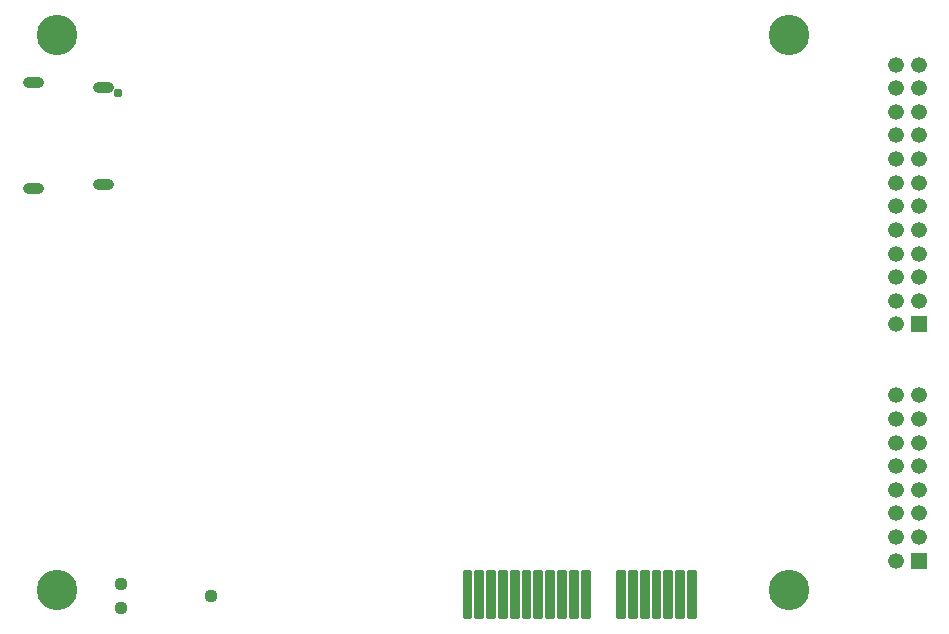
<source format=gbr>
G04 EAGLE Gerber X2 export*
G75*
%MOMM*%
%FSLAX34Y34*%
%LPD*%
%AMOC8*
5,1,8,0,0,1.08239X$1,22.5*%
G01*
%ADD10C,1.127000*%
%ADD11C,0.927000*%
%ADD12C,0.777000*%
%ADD13R,1.327000X1.327000*%
%ADD14C,1.327000*%
%ADD15C,3.429000*%
%ADD16C,0.330800*%


D10*
X270000Y135000D03*
X193800Y145160D03*
X193800Y124840D03*
D11*
X123500Y569900D02*
X115500Y569900D01*
D12*
X191500Y561000D03*
D11*
X123500Y480100D02*
X115500Y480100D01*
X175000Y483700D02*
X183000Y483700D01*
X183000Y566300D02*
X175000Y566300D01*
D13*
X870000Y365000D03*
D14*
X850000Y365000D03*
X870000Y385000D03*
X850000Y385000D03*
X870000Y405000D03*
X850000Y405000D03*
X870000Y425000D03*
X850000Y425000D03*
X870000Y445000D03*
X850000Y445000D03*
X870000Y465000D03*
X850000Y465000D03*
X870000Y485000D03*
X850000Y485000D03*
X870000Y505000D03*
X850000Y505000D03*
X870000Y525000D03*
X850000Y525000D03*
X870000Y545000D03*
X850000Y545000D03*
X870000Y565000D03*
X850000Y565000D03*
X870000Y585000D03*
X850000Y585000D03*
D13*
X870000Y165000D03*
D14*
X850000Y165000D03*
X870000Y185000D03*
X850000Y185000D03*
X870000Y205000D03*
X850000Y205000D03*
X870000Y225000D03*
X850000Y225000D03*
X870000Y245000D03*
X850000Y245000D03*
X870000Y265000D03*
X850000Y265000D03*
X870000Y285000D03*
X850000Y285000D03*
X870000Y305000D03*
X850000Y305000D03*
D15*
X140000Y610000D03*
X760000Y610000D03*
X140000Y140000D03*
X760000Y140000D03*
D16*
X489981Y155281D02*
X489981Y117319D01*
X485019Y117319D01*
X485019Y155281D01*
X489981Y155281D01*
X489981Y120626D02*
X485019Y120626D01*
X485019Y123933D02*
X489981Y123933D01*
X489981Y127240D02*
X485019Y127240D01*
X485019Y130547D02*
X489981Y130547D01*
X489981Y133854D02*
X485019Y133854D01*
X485019Y137161D02*
X489981Y137161D01*
X489981Y140468D02*
X485019Y140468D01*
X485019Y143775D02*
X489981Y143775D01*
X489981Y147082D02*
X485019Y147082D01*
X485019Y150389D02*
X489981Y150389D01*
X489981Y153696D02*
X485019Y153696D01*
X499981Y155281D02*
X499981Y117319D01*
X495019Y117319D01*
X495019Y155281D01*
X499981Y155281D01*
X499981Y120626D02*
X495019Y120626D01*
X495019Y123933D02*
X499981Y123933D01*
X499981Y127240D02*
X495019Y127240D01*
X495019Y130547D02*
X499981Y130547D01*
X499981Y133854D02*
X495019Y133854D01*
X495019Y137161D02*
X499981Y137161D01*
X499981Y140468D02*
X495019Y140468D01*
X495019Y143775D02*
X499981Y143775D01*
X499981Y147082D02*
X495019Y147082D01*
X495019Y150389D02*
X499981Y150389D01*
X499981Y153696D02*
X495019Y153696D01*
X509981Y155281D02*
X509981Y117319D01*
X505019Y117319D01*
X505019Y155281D01*
X509981Y155281D01*
X509981Y120626D02*
X505019Y120626D01*
X505019Y123933D02*
X509981Y123933D01*
X509981Y127240D02*
X505019Y127240D01*
X505019Y130547D02*
X509981Y130547D01*
X509981Y133854D02*
X505019Y133854D01*
X505019Y137161D02*
X509981Y137161D01*
X509981Y140468D02*
X505019Y140468D01*
X505019Y143775D02*
X509981Y143775D01*
X509981Y147082D02*
X505019Y147082D01*
X505019Y150389D02*
X509981Y150389D01*
X509981Y153696D02*
X505019Y153696D01*
X519981Y155281D02*
X519981Y117319D01*
X515019Y117319D01*
X515019Y155281D01*
X519981Y155281D01*
X519981Y120626D02*
X515019Y120626D01*
X515019Y123933D02*
X519981Y123933D01*
X519981Y127240D02*
X515019Y127240D01*
X515019Y130547D02*
X519981Y130547D01*
X519981Y133854D02*
X515019Y133854D01*
X515019Y137161D02*
X519981Y137161D01*
X519981Y140468D02*
X515019Y140468D01*
X515019Y143775D02*
X519981Y143775D01*
X519981Y147082D02*
X515019Y147082D01*
X515019Y150389D02*
X519981Y150389D01*
X519981Y153696D02*
X515019Y153696D01*
X529981Y155281D02*
X529981Y117319D01*
X525019Y117319D01*
X525019Y155281D01*
X529981Y155281D01*
X529981Y120626D02*
X525019Y120626D01*
X525019Y123933D02*
X529981Y123933D01*
X529981Y127240D02*
X525019Y127240D01*
X525019Y130547D02*
X529981Y130547D01*
X529981Y133854D02*
X525019Y133854D01*
X525019Y137161D02*
X529981Y137161D01*
X529981Y140468D02*
X525019Y140468D01*
X525019Y143775D02*
X529981Y143775D01*
X529981Y147082D02*
X525019Y147082D01*
X525019Y150389D02*
X529981Y150389D01*
X529981Y153696D02*
X525019Y153696D01*
X539981Y155281D02*
X539981Y117319D01*
X535019Y117319D01*
X535019Y155281D01*
X539981Y155281D01*
X539981Y120626D02*
X535019Y120626D01*
X535019Y123933D02*
X539981Y123933D01*
X539981Y127240D02*
X535019Y127240D01*
X535019Y130547D02*
X539981Y130547D01*
X539981Y133854D02*
X535019Y133854D01*
X535019Y137161D02*
X539981Y137161D01*
X539981Y140468D02*
X535019Y140468D01*
X535019Y143775D02*
X539981Y143775D01*
X539981Y147082D02*
X535019Y147082D01*
X535019Y150389D02*
X539981Y150389D01*
X539981Y153696D02*
X535019Y153696D01*
X549981Y155281D02*
X549981Y117319D01*
X545019Y117319D01*
X545019Y155281D01*
X549981Y155281D01*
X549981Y120626D02*
X545019Y120626D01*
X545019Y123933D02*
X549981Y123933D01*
X549981Y127240D02*
X545019Y127240D01*
X545019Y130547D02*
X549981Y130547D01*
X549981Y133854D02*
X545019Y133854D01*
X545019Y137161D02*
X549981Y137161D01*
X549981Y140468D02*
X545019Y140468D01*
X545019Y143775D02*
X549981Y143775D01*
X549981Y147082D02*
X545019Y147082D01*
X545019Y150389D02*
X549981Y150389D01*
X549981Y153696D02*
X545019Y153696D01*
X559981Y155281D02*
X559981Y117319D01*
X555019Y117319D01*
X555019Y155281D01*
X559981Y155281D01*
X559981Y120626D02*
X555019Y120626D01*
X555019Y123933D02*
X559981Y123933D01*
X559981Y127240D02*
X555019Y127240D01*
X555019Y130547D02*
X559981Y130547D01*
X559981Y133854D02*
X555019Y133854D01*
X555019Y137161D02*
X559981Y137161D01*
X559981Y140468D02*
X555019Y140468D01*
X555019Y143775D02*
X559981Y143775D01*
X559981Y147082D02*
X555019Y147082D01*
X555019Y150389D02*
X559981Y150389D01*
X559981Y153696D02*
X555019Y153696D01*
X569981Y155281D02*
X569981Y117319D01*
X565019Y117319D01*
X565019Y155281D01*
X569981Y155281D01*
X569981Y120626D02*
X565019Y120626D01*
X565019Y123933D02*
X569981Y123933D01*
X569981Y127240D02*
X565019Y127240D01*
X565019Y130547D02*
X569981Y130547D01*
X569981Y133854D02*
X565019Y133854D01*
X565019Y137161D02*
X569981Y137161D01*
X569981Y140468D02*
X565019Y140468D01*
X565019Y143775D02*
X569981Y143775D01*
X569981Y147082D02*
X565019Y147082D01*
X565019Y150389D02*
X569981Y150389D01*
X569981Y153696D02*
X565019Y153696D01*
X579981Y155281D02*
X579981Y117319D01*
X575019Y117319D01*
X575019Y155281D01*
X579981Y155281D01*
X579981Y120626D02*
X575019Y120626D01*
X575019Y123933D02*
X579981Y123933D01*
X579981Y127240D02*
X575019Y127240D01*
X575019Y130547D02*
X579981Y130547D01*
X579981Y133854D02*
X575019Y133854D01*
X575019Y137161D02*
X579981Y137161D01*
X579981Y140468D02*
X575019Y140468D01*
X575019Y143775D02*
X579981Y143775D01*
X579981Y147082D02*
X575019Y147082D01*
X575019Y150389D02*
X579981Y150389D01*
X579981Y153696D02*
X575019Y153696D01*
X589981Y155281D02*
X589981Y117319D01*
X585019Y117319D01*
X585019Y155281D01*
X589981Y155281D01*
X589981Y120626D02*
X585019Y120626D01*
X585019Y123933D02*
X589981Y123933D01*
X589981Y127240D02*
X585019Y127240D01*
X585019Y130547D02*
X589981Y130547D01*
X589981Y133854D02*
X585019Y133854D01*
X585019Y137161D02*
X589981Y137161D01*
X589981Y140468D02*
X585019Y140468D01*
X585019Y143775D02*
X589981Y143775D01*
X589981Y147082D02*
X585019Y147082D01*
X585019Y150389D02*
X589981Y150389D01*
X589981Y153696D02*
X585019Y153696D01*
X619981Y155281D02*
X619981Y117319D01*
X615019Y117319D01*
X615019Y155281D01*
X619981Y155281D01*
X619981Y120626D02*
X615019Y120626D01*
X615019Y123933D02*
X619981Y123933D01*
X619981Y127240D02*
X615019Y127240D01*
X615019Y130547D02*
X619981Y130547D01*
X619981Y133854D02*
X615019Y133854D01*
X615019Y137161D02*
X619981Y137161D01*
X619981Y140468D02*
X615019Y140468D01*
X615019Y143775D02*
X619981Y143775D01*
X619981Y147082D02*
X615019Y147082D01*
X615019Y150389D02*
X619981Y150389D01*
X619981Y153696D02*
X615019Y153696D01*
X629981Y155281D02*
X629981Y117319D01*
X625019Y117319D01*
X625019Y155281D01*
X629981Y155281D01*
X629981Y120626D02*
X625019Y120626D01*
X625019Y123933D02*
X629981Y123933D01*
X629981Y127240D02*
X625019Y127240D01*
X625019Y130547D02*
X629981Y130547D01*
X629981Y133854D02*
X625019Y133854D01*
X625019Y137161D02*
X629981Y137161D01*
X629981Y140468D02*
X625019Y140468D01*
X625019Y143775D02*
X629981Y143775D01*
X629981Y147082D02*
X625019Y147082D01*
X625019Y150389D02*
X629981Y150389D01*
X629981Y153696D02*
X625019Y153696D01*
X639981Y155281D02*
X639981Y117319D01*
X635019Y117319D01*
X635019Y155281D01*
X639981Y155281D01*
X639981Y120626D02*
X635019Y120626D01*
X635019Y123933D02*
X639981Y123933D01*
X639981Y127240D02*
X635019Y127240D01*
X635019Y130547D02*
X639981Y130547D01*
X639981Y133854D02*
X635019Y133854D01*
X635019Y137161D02*
X639981Y137161D01*
X639981Y140468D02*
X635019Y140468D01*
X635019Y143775D02*
X639981Y143775D01*
X639981Y147082D02*
X635019Y147082D01*
X635019Y150389D02*
X639981Y150389D01*
X639981Y153696D02*
X635019Y153696D01*
X649981Y155281D02*
X649981Y117319D01*
X645019Y117319D01*
X645019Y155281D01*
X649981Y155281D01*
X649981Y120626D02*
X645019Y120626D01*
X645019Y123933D02*
X649981Y123933D01*
X649981Y127240D02*
X645019Y127240D01*
X645019Y130547D02*
X649981Y130547D01*
X649981Y133854D02*
X645019Y133854D01*
X645019Y137161D02*
X649981Y137161D01*
X649981Y140468D02*
X645019Y140468D01*
X645019Y143775D02*
X649981Y143775D01*
X649981Y147082D02*
X645019Y147082D01*
X645019Y150389D02*
X649981Y150389D01*
X649981Y153696D02*
X645019Y153696D01*
X659981Y155281D02*
X659981Y117319D01*
X655019Y117319D01*
X655019Y155281D01*
X659981Y155281D01*
X659981Y120626D02*
X655019Y120626D01*
X655019Y123933D02*
X659981Y123933D01*
X659981Y127240D02*
X655019Y127240D01*
X655019Y130547D02*
X659981Y130547D01*
X659981Y133854D02*
X655019Y133854D01*
X655019Y137161D02*
X659981Y137161D01*
X659981Y140468D02*
X655019Y140468D01*
X655019Y143775D02*
X659981Y143775D01*
X659981Y147082D02*
X655019Y147082D01*
X655019Y150389D02*
X659981Y150389D01*
X659981Y153696D02*
X655019Y153696D01*
X669981Y155281D02*
X669981Y117319D01*
X665019Y117319D01*
X665019Y155281D01*
X669981Y155281D01*
X669981Y120626D02*
X665019Y120626D01*
X665019Y123933D02*
X669981Y123933D01*
X669981Y127240D02*
X665019Y127240D01*
X665019Y130547D02*
X669981Y130547D01*
X669981Y133854D02*
X665019Y133854D01*
X665019Y137161D02*
X669981Y137161D01*
X669981Y140468D02*
X665019Y140468D01*
X665019Y143775D02*
X669981Y143775D01*
X669981Y147082D02*
X665019Y147082D01*
X665019Y150389D02*
X669981Y150389D01*
X669981Y153696D02*
X665019Y153696D01*
X679981Y155281D02*
X679981Y117319D01*
X675019Y117319D01*
X675019Y155281D01*
X679981Y155281D01*
X679981Y120626D02*
X675019Y120626D01*
X675019Y123933D02*
X679981Y123933D01*
X679981Y127240D02*
X675019Y127240D01*
X675019Y130547D02*
X679981Y130547D01*
X679981Y133854D02*
X675019Y133854D01*
X675019Y137161D02*
X679981Y137161D01*
X679981Y140468D02*
X675019Y140468D01*
X675019Y143775D02*
X679981Y143775D01*
X679981Y147082D02*
X675019Y147082D01*
X675019Y150389D02*
X679981Y150389D01*
X679981Y153696D02*
X675019Y153696D01*
M02*

</source>
